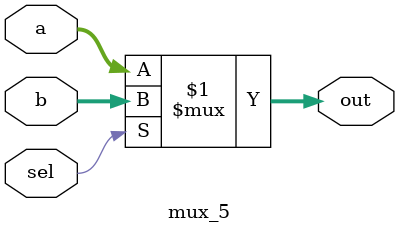
<source format=v>
`timescale 1ns / 1ps
/*
 * Engineer: Minstrel Hall
 * Create Date:    23:09:49 04/22/2016
 * Description:
 *
 * Dependencies:
 *
 * Revision:
 *
 */

module mux_5(
	output [4:0] out,
	input [4:0] a, b,
	input sel
    );

	assign out = sel ? b : a;

endmodule

</source>
